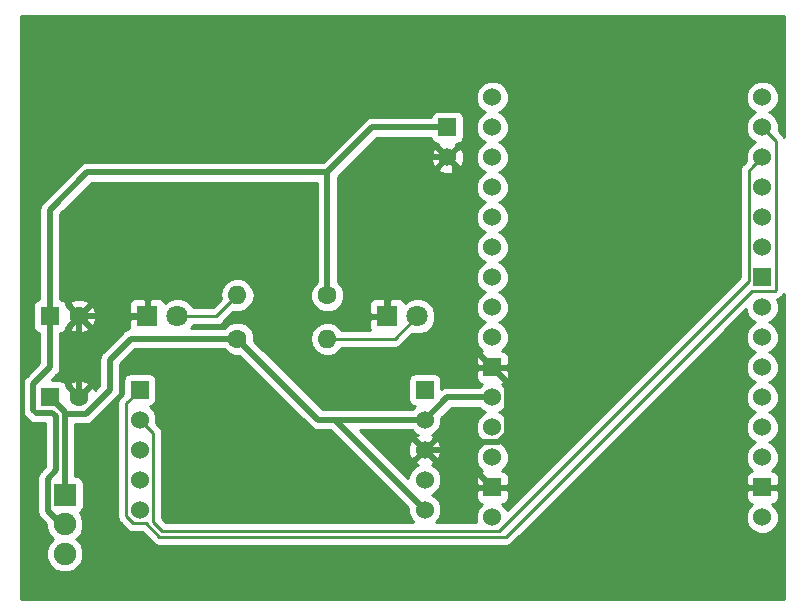
<source format=gbl>
G04 #@! TF.GenerationSoftware,KiCad,Pcbnew,5.0.2-bee76a0~70~ubuntu18.04.1*
G04 #@! TF.CreationDate,2019-03-11T12:10:11+07:00*
G04 #@! TF.ProjectId,TestNodeMcu,54657374-4e6f-4646-954d-63752e6b6963,rev?*
G04 #@! TF.SameCoordinates,Original*
G04 #@! TF.FileFunction,Copper,L2,Bot*
G04 #@! TF.FilePolarity,Positive*
%FSLAX45Y45*%
G04 Gerber Fmt 4.5, Leading zero omitted, Abs format (unit mm)*
G04 Created by KiCad (PCBNEW 5.0.2-bee76a0~70~ubuntu18.04.1) date Thứ hai, 11 Tháng 3 Năm 2019 12:10:11 +07*
%MOMM*%
%LPD*%
G01*
G04 APERTURE LIST*
G04 #@! TA.AperFunction,ComponentPad*
%ADD10R,1.524000X1.524000*%
G04 #@! TD*
G04 #@! TA.AperFunction,ComponentPad*
%ADD11C,1.524000*%
G04 #@! TD*
G04 #@! TA.AperFunction,ComponentPad*
%ADD12R,1.800000X1.800000*%
G04 #@! TD*
G04 #@! TA.AperFunction,ComponentPad*
%ADD13C,1.800000*%
G04 #@! TD*
G04 #@! TA.AperFunction,ComponentPad*
%ADD14C,1.600000*%
G04 #@! TD*
G04 #@! TA.AperFunction,ComponentPad*
%ADD15O,1.600000X1.600000*%
G04 #@! TD*
G04 #@! TA.AperFunction,ComponentPad*
%ADD16C,1.900000*%
G04 #@! TD*
G04 #@! TA.AperFunction,ComponentPad*
%ADD17R,1.900000X1.900000*%
G04 #@! TD*
G04 #@! TA.AperFunction,ComponentPad*
%ADD18R,1.600000X1.600000*%
G04 #@! TD*
G04 #@! TA.AperFunction,Conductor*
%ADD19C,0.508000*%
G04 #@! TD*
G04 #@! TA.AperFunction,Conductor*
%ADD20C,0.254000*%
G04 #@! TD*
G04 APERTURE END LIST*
D10*
G04 #@! TO.P,BT1,1*
G04 #@! TO.N,/Vin*
X14986000Y-8636000D03*
D11*
G04 #@! TO.P,BT1,2*
G04 #@! TO.N,/GND*
X14986000Y-8890000D03*
G04 #@! TD*
D12*
G04 #@! TO.P,D1,1*
G04 #@! TO.N,/GND*
X12446000Y-10236200D03*
D13*
G04 #@! TO.P,D1,2*
G04 #@! TO.N,Net-(D1-Pad2)*
X12700000Y-10236200D03*
G04 #@! TD*
G04 #@! TO.P,D2,2*
G04 #@! TO.N,Net-(D2-Pad2)*
X14732000Y-10236200D03*
D12*
G04 #@! TO.P,D2,1*
G04 #@! TO.N,/GND*
X14478000Y-10236200D03*
G04 #@! TD*
D14*
G04 #@! TO.P,R1,1*
G04 #@! TO.N,/Vin*
X13970000Y-10058400D03*
D15*
G04 #@! TO.P,R1,2*
G04 #@! TO.N,Net-(D1-Pad2)*
X13208000Y-10058400D03*
G04 #@! TD*
G04 #@! TO.P,R2,2*
G04 #@! TO.N,Net-(D2-Pad2)*
X13970000Y-10426700D03*
D14*
G04 #@! TO.P,R2,1*
G04 #@! TO.N,/3V3*
X13208000Y-10426700D03*
G04 #@! TD*
D16*
G04 #@! TO.P,SW1,3*
G04 #@! TO.N,Net-(SW1-Pad3)*
X11747500Y-12247500D03*
G04 #@! TO.P,SW1,2*
G04 #@! TO.N,/Vin*
X11747500Y-11997500D03*
D17*
G04 #@! TO.P,SW1,1*
G04 #@! TO.N,/3V3*
X11747500Y-11747500D03*
G04 #@! TD*
D11*
G04 #@! TO.P,U1,30*
G04 #@! TO.N,Net-(U1-Pad30)*
X17653000Y-8382000D03*
G04 #@! TO.P,U1,29*
G04 #@! TO.N,Net-(U1-Pad29)*
X17653000Y-8636000D03*
G04 #@! TO.P,U1,28*
G04 #@! TO.N,Net-(U1-Pad28)*
X17653000Y-8890000D03*
G04 #@! TO.P,U1,27*
G04 #@! TO.N,Net-(U1-Pad27)*
X17653000Y-9144000D03*
G04 #@! TO.P,U1,26*
G04 #@! TO.N,Net-(U1-Pad26)*
X17653000Y-9398000D03*
G04 #@! TO.P,U1,25*
G04 #@! TO.N,/3V3*
X17653000Y-9652000D03*
D10*
G04 #@! TO.P,U1,24*
G04 #@! TO.N,/GND*
X17653000Y-9906000D03*
D11*
G04 #@! TO.P,U1,23*
G04 #@! TO.N,Net-(U1-Pad23)*
X17653000Y-10160000D03*
G04 #@! TO.P,U1,22*
G04 #@! TO.N,Net-(U1-Pad22)*
X17653000Y-10414000D03*
G04 #@! TO.P,U1,21*
G04 #@! TO.N,Net-(U1-Pad21)*
X17653000Y-10668000D03*
G04 #@! TO.P,U1,20*
G04 #@! TO.N,Net-(U1-Pad20)*
X17653000Y-10922000D03*
G04 #@! TO.P,U1,19*
G04 #@! TO.N,Net-(U1-Pad19)*
X17653000Y-11176000D03*
G04 #@! TO.P,U1,18*
G04 #@! TO.N,Net-(U1-Pad18)*
X17653000Y-11430000D03*
D10*
G04 #@! TO.P,U1,17*
G04 #@! TO.N,/GND*
X17653000Y-11684000D03*
D11*
G04 #@! TO.P,U1,16*
G04 #@! TO.N,/3V3*
X17653000Y-11938000D03*
G04 #@! TO.P,U1,15*
G04 #@! TO.N,Net-(U1-Pad15)*
X15367000Y-11938000D03*
D10*
G04 #@! TO.P,U1,14*
G04 #@! TO.N,/GND*
X15367000Y-11684000D03*
D11*
G04 #@! TO.P,U1,13*
G04 #@! TO.N,Net-(U1-Pad13)*
X15367000Y-11430000D03*
G04 #@! TO.P,U1,12*
G04 #@! TO.N,Net-(U1-Pad12)*
X15367000Y-11176000D03*
G04 #@! TO.P,U1,11*
G04 #@! TO.N,/3V3*
X15367000Y-10922000D03*
D10*
G04 #@! TO.P,U1,10*
G04 #@! TO.N,/GND*
X15367000Y-10668000D03*
D11*
G04 #@! TO.P,U1,9*
G04 #@! TO.N,Net-(U1-Pad9)*
X15367000Y-10414000D03*
G04 #@! TO.P,U1,8*
G04 #@! TO.N,Net-(U1-Pad8)*
X15367000Y-10160000D03*
G04 #@! TO.P,U1,7*
G04 #@! TO.N,Net-(U1-Pad7)*
X15367000Y-9906000D03*
G04 #@! TO.P,U1,6*
G04 #@! TO.N,Net-(U1-Pad6)*
X15367000Y-9652000D03*
G04 #@! TO.P,U1,5*
G04 #@! TO.N,Net-(U1-Pad5)*
X15367000Y-9398000D03*
G04 #@! TO.P,U1,4*
G04 #@! TO.N,Net-(U1-Pad4)*
X15367000Y-9144000D03*
G04 #@! TO.P,U1,3*
G04 #@! TO.N,Net-(U1-Pad3)*
X15367000Y-8890000D03*
G04 #@! TO.P,U1,2*
G04 #@! TO.N,Net-(U1-Pad2)*
X15367000Y-8636000D03*
G04 #@! TO.P,U1,1*
G04 #@! TO.N,Net-(U1-Pad1)*
X15367000Y-8382000D03*
G04 #@! TD*
D18*
G04 #@! TO.P,C1,1*
G04 #@! TO.N,/Vin*
X11620500Y-10236200D03*
D14*
G04 #@! TO.P,C1,2*
G04 #@! TO.N,/GND*
X11870500Y-10236200D03*
G04 #@! TD*
G04 #@! TO.P,C2,2*
G04 #@! TO.N,/GND*
X11870500Y-10922000D03*
D18*
G04 #@! TO.P,C2,1*
G04 #@! TO.N,/3V3*
X11620500Y-10922000D03*
G04 #@! TD*
D10*
G04 #@! TO.P,U2,10*
G04 #@! TO.N,Net-(U2-Pad10)*
X14795500Y-10858500D03*
D11*
G04 #@! TO.P,U2,9*
G04 #@! TO.N,/3V3*
X14795500Y-11112500D03*
G04 #@! TO.P,U2,8*
G04 #@! TO.N,/GND*
X14795500Y-11366500D03*
G04 #@! TO.P,U2,7*
G04 #@! TO.N,Net-(U2-Pad7)*
X14795500Y-11620500D03*
G04 #@! TO.P,U2,6*
G04 #@! TO.N,/3V3*
X14795500Y-11874500D03*
G04 #@! TO.P,U2,5*
G04 #@! TO.N,Net-(U2-Pad5)*
X12382500Y-11874500D03*
G04 #@! TO.P,U2,4*
G04 #@! TO.N,Net-(U2-Pad4)*
X12382500Y-11620500D03*
G04 #@! TO.P,U2,3*
G04 #@! TO.N,Net-(U2-Pad3)*
X12382500Y-11366500D03*
G04 #@! TO.P,U2,2*
G04 #@! TO.N,Net-(U1-Pad28)*
X12382500Y-11112500D03*
D10*
G04 #@! TO.P,U2,1*
G04 #@! TO.N,Net-(U1-Pad29)*
X12382500Y-10858500D03*
G04 #@! TD*
D19*
G04 #@! TO.N,/GND*
X14478000Y-9144000D02*
X14478000Y-10236200D01*
X14986000Y-8890000D02*
X14732000Y-8890000D01*
X14732000Y-8890000D02*
X14478000Y-9144000D01*
X14986000Y-8890000D02*
X15049500Y-8953500D01*
X15049500Y-8953500D02*
X15049500Y-10350500D01*
X15240000Y-10541000D02*
X15367000Y-10668000D01*
X15049500Y-10350500D02*
X15240000Y-10541000D01*
X11870500Y-10236200D02*
X12446000Y-10236200D01*
X11870500Y-10349337D02*
X11870500Y-10922000D01*
X11870500Y-10236200D02*
X11870500Y-10349337D01*
X15049500Y-11366500D02*
X15367000Y-11684000D01*
X14795500Y-11366500D02*
X15049500Y-11366500D01*
X15494000Y-11236960D02*
X15494000Y-10795000D01*
X15427960Y-11303000D02*
X15494000Y-11236960D01*
X15049500Y-11366500D02*
X15113000Y-11303000D01*
X15113000Y-11303000D02*
X15427960Y-11303000D01*
X15494000Y-10795000D02*
X15367000Y-10668000D01*
G04 #@! TO.N,/Vin*
X14351000Y-8636000D02*
X14986000Y-8636000D01*
X13970000Y-10058400D02*
X13970000Y-9017000D01*
X13970000Y-9017000D02*
X14351000Y-8636000D01*
X11938000Y-9017000D02*
X13970000Y-9017000D01*
X11620500Y-10236200D02*
X11620500Y-9334500D01*
X11620500Y-9334500D02*
X11938000Y-9017000D01*
X11716060Y-11997500D02*
X11747500Y-11997500D01*
X11601700Y-11883140D02*
X11716060Y-11997500D01*
X11601700Y-11611860D02*
X11601700Y-11883140D01*
X11671299Y-11542261D02*
X11601700Y-11611860D01*
X11671299Y-11080563D02*
X11671299Y-11542261D01*
X11643536Y-11052800D02*
X11671299Y-11080563D01*
X11499860Y-11052800D02*
X11643536Y-11052800D01*
X11480800Y-11033740D02*
X11489700Y-11042640D01*
X11480800Y-10807700D02*
X11480800Y-11033740D01*
X11620500Y-10236200D02*
X11620500Y-10668000D01*
X11620500Y-10668000D02*
X11480800Y-10807700D01*
G04 #@! TO.N,/3V3*
X13208000Y-10426700D02*
X13893800Y-11112500D01*
X14795500Y-11874500D02*
X14033500Y-11112500D01*
X13893800Y-11112500D02*
X14033500Y-11112500D01*
X14033500Y-11112500D02*
X14795500Y-11112500D01*
X11747500Y-11049000D02*
X11747500Y-11747500D01*
X11620500Y-10922000D02*
X11747500Y-11049000D01*
X11747500Y-11061700D02*
X11747500Y-11747500D01*
X11925300Y-11061700D02*
X11747500Y-11061700D01*
X12128500Y-10858500D02*
X11925300Y-11061700D01*
X12128500Y-10604500D02*
X12128500Y-10858500D01*
X13208000Y-10426700D02*
X12306300Y-10426700D01*
X12306300Y-10426700D02*
X12128500Y-10604500D01*
X14986000Y-10922000D02*
X14795500Y-11112500D01*
X15367000Y-10922000D02*
X14986000Y-10922000D01*
D20*
G04 #@! TO.N,Net-(D1-Pad2)*
X13030200Y-10236200D02*
X13208000Y-10058400D01*
X12700000Y-10236200D02*
X13030200Y-10236200D01*
G04 #@! TO.N,Net-(D2-Pad2)*
X14541500Y-10426700D02*
X14732000Y-10236200D01*
X13970000Y-10426700D02*
X14541500Y-10426700D01*
G04 #@! TO.N,Net-(U1-Pad28)*
X17576800Y-8966200D02*
X17653000Y-8890000D01*
X17538700Y-9004300D02*
X17576800Y-8966200D01*
X12496800Y-11226800D02*
X12496800Y-11976100D01*
X12382500Y-11112500D02*
X12496800Y-11226800D01*
X12496800Y-11976100D02*
X12573000Y-12052300D01*
X12573000Y-12052300D02*
X15421864Y-12052300D01*
X15421864Y-12052300D02*
X17538700Y-9935464D01*
X17538700Y-9935464D02*
X17538700Y-9004300D01*
G04 #@! TO.N,Net-(U1-Pad29)*
X17759680Y-10020300D02*
X17767300Y-10012680D01*
X12382500Y-10858500D02*
X12268200Y-10972800D01*
X17729200Y-8712200D02*
X17653000Y-8636000D01*
X12547601Y-12103101D02*
X15481299Y-12103101D01*
X17767300Y-10012680D02*
X17767300Y-8750300D01*
X12327636Y-11988800D02*
X12433300Y-11988800D01*
X15481299Y-12103101D02*
X17564100Y-10020300D01*
X17564100Y-10020300D02*
X17759680Y-10020300D01*
X17767300Y-8750300D02*
X17729200Y-8712200D01*
X12433300Y-11988800D02*
X12547601Y-12103101D01*
X12268200Y-10972800D02*
X12268200Y-11929364D01*
X12268200Y-11929364D02*
X12327636Y-11988800D01*
G04 #@! TD*
G04 #@! TO.N,/GND*
G36*
X17836000Y-8715961D02*
X17822237Y-8695363D01*
X17815875Y-8691112D01*
X17791485Y-8666722D01*
X17792700Y-8663788D01*
X17792700Y-8608212D01*
X17771432Y-8556866D01*
X17732134Y-8517568D01*
X17711449Y-8509000D01*
X17732134Y-8500432D01*
X17771432Y-8461134D01*
X17792700Y-8409788D01*
X17792700Y-8354212D01*
X17771432Y-8302866D01*
X17732134Y-8263568D01*
X17680788Y-8242300D01*
X17625212Y-8242300D01*
X17573866Y-8263568D01*
X17534568Y-8302866D01*
X17513300Y-8354212D01*
X17513300Y-8409788D01*
X17534568Y-8461134D01*
X17573866Y-8500432D01*
X17594551Y-8509000D01*
X17573866Y-8517568D01*
X17534568Y-8556866D01*
X17513300Y-8608212D01*
X17513300Y-8663788D01*
X17534568Y-8715134D01*
X17573866Y-8754432D01*
X17594551Y-8763000D01*
X17573866Y-8771568D01*
X17534568Y-8810866D01*
X17513300Y-8862212D01*
X17513300Y-8917788D01*
X17514515Y-8920722D01*
X17490125Y-8945112D01*
X17483763Y-8949363D01*
X17479512Y-8955725D01*
X17479512Y-8955725D01*
X17466921Y-8974568D01*
X17461007Y-9004300D01*
X17462500Y-9011805D01*
X17462500Y-9903901D01*
X15491906Y-11874495D01*
X15485432Y-11858866D01*
X15450266Y-11823700D01*
X15455831Y-11823700D01*
X15479170Y-11814033D01*
X15497033Y-11796170D01*
X15506700Y-11772831D01*
X15506700Y-11712575D01*
X15490825Y-11696700D01*
X15379700Y-11696700D01*
X15379700Y-11698700D01*
X15354300Y-11698700D01*
X15354300Y-11696700D01*
X15243175Y-11696700D01*
X15227300Y-11712575D01*
X15227300Y-11772831D01*
X15236967Y-11796170D01*
X15254830Y-11814033D01*
X15278169Y-11823700D01*
X15283734Y-11823700D01*
X15248568Y-11858866D01*
X15227300Y-11910212D01*
X15227300Y-11965788D01*
X15231571Y-11976100D01*
X14891466Y-11976100D01*
X14913932Y-11953634D01*
X14935200Y-11902288D01*
X14935200Y-11846712D01*
X14913932Y-11795366D01*
X14874634Y-11756068D01*
X14853949Y-11747500D01*
X14874634Y-11738932D01*
X14913932Y-11699634D01*
X14935200Y-11648288D01*
X14935200Y-11592712D01*
X14913932Y-11541366D01*
X14874634Y-11502068D01*
X14855535Y-11494157D01*
X14868614Y-11488740D01*
X14875561Y-11464521D01*
X14795500Y-11384460D01*
X14715439Y-11464521D01*
X14722386Y-11488740D01*
X14736439Y-11493753D01*
X14716366Y-11502068D01*
X14677068Y-11541366D01*
X14655800Y-11592712D01*
X14655800Y-11609076D01*
X14392454Y-11345730D01*
X14654586Y-11345730D01*
X14657364Y-11401237D01*
X14673260Y-11439614D01*
X14697479Y-11446561D01*
X14777539Y-11366500D01*
X14813460Y-11366500D01*
X14893521Y-11446561D01*
X14917740Y-11439614D01*
X14936414Y-11387270D01*
X14933636Y-11331763D01*
X14917740Y-11293386D01*
X14893521Y-11286439D01*
X14813460Y-11366500D01*
X14777539Y-11366500D01*
X14697479Y-11286439D01*
X14673260Y-11293386D01*
X14654586Y-11345730D01*
X14392454Y-11345730D01*
X14248123Y-11201400D01*
X14686834Y-11201400D01*
X14716366Y-11230932D01*
X14735465Y-11238843D01*
X14722386Y-11244260D01*
X14715439Y-11268479D01*
X14795500Y-11348539D01*
X14875561Y-11268479D01*
X14868614Y-11244260D01*
X14854561Y-11239246D01*
X14874634Y-11230932D01*
X14913932Y-11191634D01*
X14935200Y-11140288D01*
X14935200Y-11098524D01*
X15022824Y-11010900D01*
X15258334Y-11010900D01*
X15287866Y-11040432D01*
X15308551Y-11049000D01*
X15287866Y-11057568D01*
X15248568Y-11096866D01*
X15227300Y-11148212D01*
X15227300Y-11203788D01*
X15248568Y-11255134D01*
X15287866Y-11294432D01*
X15308551Y-11303000D01*
X15287866Y-11311568D01*
X15248568Y-11350866D01*
X15227300Y-11402212D01*
X15227300Y-11457788D01*
X15248568Y-11509134D01*
X15283734Y-11544300D01*
X15278169Y-11544300D01*
X15254830Y-11553967D01*
X15236967Y-11571830D01*
X15227300Y-11595169D01*
X15227300Y-11655425D01*
X15243175Y-11671300D01*
X15354300Y-11671300D01*
X15354300Y-11669300D01*
X15379700Y-11669300D01*
X15379700Y-11671300D01*
X15490825Y-11671300D01*
X15506700Y-11655425D01*
X15506700Y-11595169D01*
X15497033Y-11571830D01*
X15479170Y-11553967D01*
X15455831Y-11544300D01*
X15450266Y-11544300D01*
X15485432Y-11509134D01*
X15506700Y-11457788D01*
X15506700Y-11402212D01*
X15485432Y-11350866D01*
X15446134Y-11311568D01*
X15425449Y-11303000D01*
X15446134Y-11294432D01*
X15485432Y-11255134D01*
X15506700Y-11203788D01*
X15506700Y-11148212D01*
X15485432Y-11096866D01*
X15446134Y-11057568D01*
X15425449Y-11049000D01*
X15446134Y-11040432D01*
X15485432Y-11001134D01*
X15506700Y-10949788D01*
X15506700Y-10894212D01*
X15485432Y-10842866D01*
X15450266Y-10807700D01*
X15455831Y-10807700D01*
X15479170Y-10798033D01*
X15497033Y-10780170D01*
X15506700Y-10756831D01*
X15506700Y-10696575D01*
X15490825Y-10680700D01*
X15379700Y-10680700D01*
X15379700Y-10682700D01*
X15354300Y-10682700D01*
X15354300Y-10680700D01*
X15243175Y-10680700D01*
X15227300Y-10696575D01*
X15227300Y-10756831D01*
X15236967Y-10780170D01*
X15254830Y-10798033D01*
X15278169Y-10807700D01*
X15283734Y-10807700D01*
X15258334Y-10833100D01*
X14994755Y-10833100D01*
X14986000Y-10831358D01*
X14977244Y-10833100D01*
X14977244Y-10833100D01*
X14951313Y-10838258D01*
X14936444Y-10848193D01*
X14936444Y-10782300D01*
X14931516Y-10757524D01*
X14917481Y-10736519D01*
X14896476Y-10722484D01*
X14871700Y-10717556D01*
X14719300Y-10717556D01*
X14694523Y-10722484D01*
X14673519Y-10736519D01*
X14659484Y-10757524D01*
X14654556Y-10782300D01*
X14654556Y-10934700D01*
X14659484Y-10959477D01*
X14673519Y-10980481D01*
X14694523Y-10994516D01*
X14712369Y-10998065D01*
X14686834Y-11023600D01*
X14042255Y-11023600D01*
X14033500Y-11021858D01*
X14024744Y-11023600D01*
X13930624Y-11023600D01*
X13351500Y-10444477D01*
X13351500Y-10426700D01*
X13823689Y-10426700D01*
X13834826Y-10482691D01*
X13866542Y-10530158D01*
X13914009Y-10561874D01*
X13955867Y-10570200D01*
X13984133Y-10570200D01*
X14025991Y-10561874D01*
X14073458Y-10530158D01*
X14091671Y-10502900D01*
X14533996Y-10502900D01*
X14541500Y-10504393D01*
X14549004Y-10502900D01*
X14549005Y-10502900D01*
X14571232Y-10498479D01*
X14596437Y-10481637D01*
X14600688Y-10475275D01*
X14690716Y-10385247D01*
X14701467Y-10389700D01*
X14762533Y-10389700D01*
X14818951Y-10366331D01*
X14862131Y-10323151D01*
X14885500Y-10266733D01*
X14885500Y-10205667D01*
X14862131Y-10149249D01*
X14818951Y-10106069D01*
X14762533Y-10082700D01*
X14701467Y-10082700D01*
X14645049Y-10106069D01*
X14627414Y-10123704D01*
X14621833Y-10110230D01*
X14603970Y-10092367D01*
X14580631Y-10082700D01*
X14506575Y-10082700D01*
X14490700Y-10098575D01*
X14490700Y-10223500D01*
X14492700Y-10223500D01*
X14492700Y-10248900D01*
X14490700Y-10248900D01*
X14490700Y-10250900D01*
X14465300Y-10250900D01*
X14465300Y-10248900D01*
X14340375Y-10248900D01*
X14324500Y-10264775D01*
X14324500Y-10338831D01*
X14329333Y-10350500D01*
X14091671Y-10350500D01*
X14073458Y-10323242D01*
X14025991Y-10291526D01*
X13984133Y-10283200D01*
X13955867Y-10283200D01*
X13914009Y-10291526D01*
X13866542Y-10323242D01*
X13834826Y-10370709D01*
X13823689Y-10426700D01*
X13351500Y-10426700D01*
X13351500Y-10398156D01*
X13329653Y-10345414D01*
X13289286Y-10305047D01*
X13236544Y-10283200D01*
X13179456Y-10283200D01*
X13126714Y-10305047D01*
X13093960Y-10337800D01*
X12815482Y-10337800D01*
X12830131Y-10323151D01*
X12834584Y-10312400D01*
X13022696Y-10312400D01*
X13030200Y-10313893D01*
X13037704Y-10312400D01*
X13037705Y-10312400D01*
X13059932Y-10307979D01*
X13085137Y-10291137D01*
X13089388Y-10284775D01*
X13175847Y-10198316D01*
X13193867Y-10201900D01*
X13222133Y-10201900D01*
X13263991Y-10193574D01*
X13311458Y-10161858D01*
X13343174Y-10114391D01*
X13354311Y-10058400D01*
X13343174Y-10002409D01*
X13311458Y-9954942D01*
X13263991Y-9923226D01*
X13222133Y-9914900D01*
X13193867Y-9914900D01*
X13152009Y-9923226D01*
X13104542Y-9954942D01*
X13072826Y-10002409D01*
X13061689Y-10058400D01*
X13068084Y-10090553D01*
X12998637Y-10160000D01*
X12834584Y-10160000D01*
X12830131Y-10149249D01*
X12786951Y-10106069D01*
X12730533Y-10082700D01*
X12669467Y-10082700D01*
X12613049Y-10106069D01*
X12595414Y-10123704D01*
X12589833Y-10110230D01*
X12571970Y-10092367D01*
X12548631Y-10082700D01*
X12474575Y-10082700D01*
X12458700Y-10098575D01*
X12458700Y-10223500D01*
X12460700Y-10223500D01*
X12460700Y-10248900D01*
X12458700Y-10248900D01*
X12458700Y-10250900D01*
X12433300Y-10250900D01*
X12433300Y-10248900D01*
X12308375Y-10248900D01*
X12292500Y-10264775D01*
X12292500Y-10338803D01*
X12271613Y-10342958D01*
X12242207Y-10362607D01*
X12237247Y-10370029D01*
X12071830Y-10535447D01*
X12064407Y-10540407D01*
X12044758Y-10569813D01*
X12042897Y-10579169D01*
X12037858Y-10604500D01*
X12039600Y-10613256D01*
X12039600Y-10821676D01*
X12001390Y-10859886D01*
X11995886Y-10846600D01*
X11971274Y-10839186D01*
X11888460Y-10922000D01*
X11889875Y-10923414D01*
X11871914Y-10941375D01*
X11870500Y-10939961D01*
X11869086Y-10941375D01*
X11851125Y-10923414D01*
X11852539Y-10922000D01*
X11769725Y-10839186D01*
X11764969Y-10840619D01*
X11761112Y-10821226D01*
X11787686Y-10821226D01*
X11870500Y-10904040D01*
X11953314Y-10821226D01*
X11945900Y-10796614D01*
X11892178Y-10777304D01*
X11835155Y-10780022D01*
X11795099Y-10796614D01*
X11787686Y-10821226D01*
X11761112Y-10821226D01*
X11760316Y-10817224D01*
X11746281Y-10796219D01*
X11725276Y-10782184D01*
X11700500Y-10777256D01*
X11636968Y-10777256D01*
X11677171Y-10737053D01*
X11684593Y-10732093D01*
X11704242Y-10702687D01*
X11709400Y-10676756D01*
X11709400Y-10676755D01*
X11711141Y-10668000D01*
X11709400Y-10659245D01*
X11709400Y-10379174D01*
X11725276Y-10376016D01*
X11746281Y-10361981D01*
X11760316Y-10340977D01*
X11761112Y-10336975D01*
X11787686Y-10336975D01*
X11795099Y-10361586D01*
X11848822Y-10380897D01*
X11905845Y-10378178D01*
X11945900Y-10361586D01*
X11953314Y-10336975D01*
X11870500Y-10254161D01*
X11787686Y-10336975D01*
X11761112Y-10336975D01*
X11764969Y-10317581D01*
X11769725Y-10319014D01*
X11852539Y-10236200D01*
X11888460Y-10236200D01*
X11971274Y-10319014D01*
X11995886Y-10311601D01*
X12015196Y-10257878D01*
X12012478Y-10200855D01*
X11995886Y-10160800D01*
X11971274Y-10153386D01*
X11888460Y-10236200D01*
X11852539Y-10236200D01*
X11769725Y-10153386D01*
X11764969Y-10154819D01*
X11761112Y-10135426D01*
X11787686Y-10135426D01*
X11870500Y-10218240D01*
X11953314Y-10135426D01*
X11952755Y-10133569D01*
X12292500Y-10133569D01*
X12292500Y-10207625D01*
X12308375Y-10223500D01*
X12433300Y-10223500D01*
X12433300Y-10098575D01*
X12417425Y-10082700D01*
X12343369Y-10082700D01*
X12320030Y-10092367D01*
X12302167Y-10110230D01*
X12292500Y-10133569D01*
X11952755Y-10133569D01*
X11945900Y-10110814D01*
X11892178Y-10091504D01*
X11835155Y-10094222D01*
X11795099Y-10110814D01*
X11787686Y-10135426D01*
X11761112Y-10135426D01*
X11760316Y-10131424D01*
X11746281Y-10110419D01*
X11725276Y-10096384D01*
X11709400Y-10093226D01*
X11709400Y-9371324D01*
X11974824Y-9105900D01*
X13881100Y-9105900D01*
X13881100Y-9944360D01*
X13848347Y-9977114D01*
X13826500Y-10029856D01*
X13826500Y-10086944D01*
X13848347Y-10139686D01*
X13888714Y-10180053D01*
X13941456Y-10201900D01*
X13998544Y-10201900D01*
X14051286Y-10180053D01*
X14091653Y-10139686D01*
X14094187Y-10133569D01*
X14324500Y-10133569D01*
X14324500Y-10207625D01*
X14340375Y-10223500D01*
X14465300Y-10223500D01*
X14465300Y-10098575D01*
X14449425Y-10082700D01*
X14375369Y-10082700D01*
X14352030Y-10092367D01*
X14334167Y-10110230D01*
X14324500Y-10133569D01*
X14094187Y-10133569D01*
X14113500Y-10086944D01*
X14113500Y-10029856D01*
X14091653Y-9977114D01*
X14058900Y-9944360D01*
X14058900Y-9053824D01*
X14124702Y-8988021D01*
X14905939Y-8988021D01*
X14912886Y-9012240D01*
X14965230Y-9030914D01*
X15020737Y-9028136D01*
X15059114Y-9012240D01*
X15066061Y-8988021D01*
X14986000Y-8907961D01*
X14905939Y-8988021D01*
X14124702Y-8988021D01*
X14243493Y-8869230D01*
X14845086Y-8869230D01*
X14847864Y-8924737D01*
X14863760Y-8963114D01*
X14887979Y-8970061D01*
X14968039Y-8890000D01*
X15003960Y-8890000D01*
X15084021Y-8970061D01*
X15108240Y-8963114D01*
X15126914Y-8910770D01*
X15124136Y-8855263D01*
X15108240Y-8816886D01*
X15084021Y-8809939D01*
X15003960Y-8890000D01*
X14968039Y-8890000D01*
X14887979Y-8809939D01*
X14863760Y-8816886D01*
X14845086Y-8869230D01*
X14243493Y-8869230D01*
X14387824Y-8724900D01*
X14847582Y-8724900D01*
X14849984Y-8736977D01*
X14864019Y-8757981D01*
X14885023Y-8772016D01*
X14909800Y-8776944D01*
X14910252Y-8776944D01*
X14905939Y-8791979D01*
X14986000Y-8872040D01*
X15066061Y-8791979D01*
X15061748Y-8776944D01*
X15062200Y-8776944D01*
X15086976Y-8772016D01*
X15107981Y-8757981D01*
X15122016Y-8736977D01*
X15126944Y-8712200D01*
X15126944Y-8559800D01*
X15122016Y-8535024D01*
X15107981Y-8514019D01*
X15086976Y-8499984D01*
X15062200Y-8495056D01*
X14909800Y-8495056D01*
X14885023Y-8499984D01*
X14864019Y-8514019D01*
X14849984Y-8535024D01*
X14847582Y-8547100D01*
X14359756Y-8547100D01*
X14351000Y-8545358D01*
X14316313Y-8552258D01*
X14305026Y-8559800D01*
X14286907Y-8571907D01*
X14281947Y-8579329D01*
X13933176Y-8928100D01*
X11946755Y-8928100D01*
X11938000Y-8926358D01*
X11929244Y-8928100D01*
X11903313Y-8933258D01*
X11873907Y-8952907D01*
X11868947Y-8960329D01*
X11563829Y-9265447D01*
X11556407Y-9270407D01*
X11551447Y-9277829D01*
X11551447Y-9277829D01*
X11536758Y-9299813D01*
X11529858Y-9334500D01*
X11531600Y-9343256D01*
X11531600Y-10093226D01*
X11515723Y-10096384D01*
X11494719Y-10110419D01*
X11480684Y-10131424D01*
X11475756Y-10156200D01*
X11475756Y-10316200D01*
X11480684Y-10340977D01*
X11494719Y-10361981D01*
X11515723Y-10376016D01*
X11531600Y-10379174D01*
X11531600Y-10631176D01*
X11424130Y-10738647D01*
X11416707Y-10743607D01*
X11397058Y-10773013D01*
X11392081Y-10798033D01*
X11390158Y-10807700D01*
X11391900Y-10816456D01*
X11391900Y-11024984D01*
X11390158Y-11033740D01*
X11397058Y-11068427D01*
X11407939Y-11084712D01*
X11416707Y-11097834D01*
X11424129Y-11102793D01*
X11430807Y-11109471D01*
X11435767Y-11116893D01*
X11465173Y-11136542D01*
X11491104Y-11141700D01*
X11582399Y-11141700D01*
X11582399Y-11505437D01*
X11545029Y-11542807D01*
X11537607Y-11547767D01*
X11517958Y-11577173D01*
X11512800Y-11603104D01*
X11511058Y-11611860D01*
X11512800Y-11620615D01*
X11512800Y-11874384D01*
X11511058Y-11883140D01*
X11517958Y-11917827D01*
X11525667Y-11929364D01*
X11537607Y-11947233D01*
X11545029Y-11952193D01*
X11589000Y-11996164D01*
X11589000Y-12029028D01*
X11613130Y-12087283D01*
X11648347Y-12122500D01*
X11613130Y-12157717D01*
X11589000Y-12215972D01*
X11589000Y-12279028D01*
X11613130Y-12337283D01*
X11657717Y-12381870D01*
X11715972Y-12406000D01*
X11779028Y-12406000D01*
X11837283Y-12381870D01*
X11881870Y-12337283D01*
X11906000Y-12279028D01*
X11906000Y-12215972D01*
X11881870Y-12157717D01*
X11846653Y-12122500D01*
X11881870Y-12087283D01*
X11906000Y-12029028D01*
X11906000Y-11965972D01*
X11881870Y-11907717D01*
X11872787Y-11898634D01*
X11888281Y-11888281D01*
X11902316Y-11867276D01*
X11907244Y-11842500D01*
X11907244Y-11652500D01*
X11902316Y-11627723D01*
X11888281Y-11606719D01*
X11867276Y-11592684D01*
X11842500Y-11587756D01*
X11836400Y-11587756D01*
X11836400Y-11150600D01*
X11916544Y-11150600D01*
X11925300Y-11152342D01*
X11934055Y-11150600D01*
X11934056Y-11150600D01*
X11959987Y-11145442D01*
X11989393Y-11125793D01*
X11994353Y-11118370D01*
X12185171Y-10927553D01*
X12192593Y-10922593D01*
X12212242Y-10893187D01*
X12217400Y-10867256D01*
X12217400Y-10867256D01*
X12219142Y-10858500D01*
X12217400Y-10849745D01*
X12217400Y-10641324D01*
X12343124Y-10515600D01*
X13093960Y-10515600D01*
X13126714Y-10548353D01*
X13179456Y-10570200D01*
X13225776Y-10570200D01*
X13824747Y-11169171D01*
X13829707Y-11176593D01*
X13837129Y-11181553D01*
X13859113Y-11196242D01*
X13893800Y-11203142D01*
X13902556Y-11201400D01*
X13996676Y-11201400D01*
X14655800Y-11860524D01*
X14655800Y-11902288D01*
X14677068Y-11953634D01*
X14699534Y-11976100D01*
X12604563Y-11976100D01*
X12573000Y-11944537D01*
X12573000Y-11234305D01*
X12574493Y-11226800D01*
X12569787Y-11203142D01*
X12568579Y-11197068D01*
X12551737Y-11171863D01*
X12545375Y-11167612D01*
X12520985Y-11143222D01*
X12522200Y-11140288D01*
X12522200Y-11084712D01*
X12500932Y-11033366D01*
X12465631Y-10998065D01*
X12483476Y-10994516D01*
X12504481Y-10980481D01*
X12518516Y-10959477D01*
X12523444Y-10934700D01*
X12523444Y-10782300D01*
X12518516Y-10757524D01*
X12504481Y-10736519D01*
X12483476Y-10722484D01*
X12458700Y-10717556D01*
X12306300Y-10717556D01*
X12281523Y-10722484D01*
X12260519Y-10736519D01*
X12246484Y-10757524D01*
X12241556Y-10782300D01*
X12241556Y-10891681D01*
X12219625Y-10913612D01*
X12213263Y-10917863D01*
X12196421Y-10943069D01*
X12192000Y-10965295D01*
X12192000Y-10965296D01*
X12190507Y-10972800D01*
X12192000Y-10980304D01*
X12192000Y-11921859D01*
X12190507Y-11929364D01*
X12196421Y-11959096D01*
X12201624Y-11966882D01*
X12213263Y-11984301D01*
X12219625Y-11988552D01*
X12268448Y-12037375D01*
X12272699Y-12043737D01*
X12297904Y-12060579D01*
X12320131Y-12065000D01*
X12320132Y-12065000D01*
X12327636Y-12066493D01*
X12335140Y-12065000D01*
X12401737Y-12065000D01*
X12488413Y-12151676D01*
X12492664Y-12158038D01*
X12499026Y-12162289D01*
X12517869Y-12174880D01*
X12517869Y-12174880D01*
X12517869Y-12174880D01*
X12540096Y-12179301D01*
X12540097Y-12179301D01*
X12547601Y-12180794D01*
X12555105Y-12179301D01*
X15473795Y-12179301D01*
X15481299Y-12180794D01*
X15488803Y-12179301D01*
X15488804Y-12179301D01*
X15511031Y-12174880D01*
X15536236Y-12158038D01*
X15540487Y-12151676D01*
X15979588Y-11712575D01*
X17513300Y-11712575D01*
X17513300Y-11772831D01*
X17522967Y-11796170D01*
X17540830Y-11814033D01*
X17564169Y-11823700D01*
X17569734Y-11823700D01*
X17534568Y-11858866D01*
X17513300Y-11910212D01*
X17513300Y-11965788D01*
X17534568Y-12017134D01*
X17573866Y-12056432D01*
X17625212Y-12077700D01*
X17680788Y-12077700D01*
X17732134Y-12056432D01*
X17771432Y-12017134D01*
X17792700Y-11965788D01*
X17792700Y-11910212D01*
X17771432Y-11858866D01*
X17736266Y-11823700D01*
X17741831Y-11823700D01*
X17765170Y-11814033D01*
X17783033Y-11796170D01*
X17792700Y-11772831D01*
X17792700Y-11712575D01*
X17776825Y-11696700D01*
X17665700Y-11696700D01*
X17665700Y-11698700D01*
X17640300Y-11698700D01*
X17640300Y-11696700D01*
X17529175Y-11696700D01*
X17513300Y-11712575D01*
X15979588Y-11712575D01*
X17513300Y-10178863D01*
X17513300Y-10187788D01*
X17534568Y-10239134D01*
X17573866Y-10278432D01*
X17594551Y-10287000D01*
X17573866Y-10295568D01*
X17534568Y-10334866D01*
X17513300Y-10386212D01*
X17513300Y-10441788D01*
X17534568Y-10493134D01*
X17573866Y-10532432D01*
X17594551Y-10541000D01*
X17573866Y-10549568D01*
X17534568Y-10588866D01*
X17513300Y-10640212D01*
X17513300Y-10695788D01*
X17534568Y-10747134D01*
X17573866Y-10786432D01*
X17594551Y-10795000D01*
X17573866Y-10803568D01*
X17534568Y-10842866D01*
X17513300Y-10894212D01*
X17513300Y-10949788D01*
X17534568Y-11001134D01*
X17573866Y-11040432D01*
X17594551Y-11049000D01*
X17573866Y-11057568D01*
X17534568Y-11096866D01*
X17513300Y-11148212D01*
X17513300Y-11203788D01*
X17534568Y-11255134D01*
X17573866Y-11294432D01*
X17594551Y-11303000D01*
X17573866Y-11311568D01*
X17534568Y-11350866D01*
X17513300Y-11402212D01*
X17513300Y-11457788D01*
X17534568Y-11509134D01*
X17569734Y-11544300D01*
X17564169Y-11544300D01*
X17540830Y-11553967D01*
X17522967Y-11571830D01*
X17513300Y-11595169D01*
X17513300Y-11655425D01*
X17529175Y-11671300D01*
X17640300Y-11671300D01*
X17640300Y-11669300D01*
X17665700Y-11669300D01*
X17665700Y-11671300D01*
X17776825Y-11671300D01*
X17792700Y-11655425D01*
X17792700Y-11595169D01*
X17783033Y-11571830D01*
X17765170Y-11553967D01*
X17741831Y-11544300D01*
X17736266Y-11544300D01*
X17771432Y-11509134D01*
X17792700Y-11457788D01*
X17792700Y-11402212D01*
X17771432Y-11350866D01*
X17732134Y-11311568D01*
X17711449Y-11303000D01*
X17732134Y-11294432D01*
X17771432Y-11255134D01*
X17792700Y-11203788D01*
X17792700Y-11148212D01*
X17771432Y-11096866D01*
X17732134Y-11057568D01*
X17711449Y-11049000D01*
X17732134Y-11040432D01*
X17771432Y-11001134D01*
X17792700Y-10949788D01*
X17792700Y-10894212D01*
X17771432Y-10842866D01*
X17732134Y-10803568D01*
X17711449Y-10795000D01*
X17732134Y-10786432D01*
X17771432Y-10747134D01*
X17792700Y-10695788D01*
X17792700Y-10640212D01*
X17771432Y-10588866D01*
X17732134Y-10549568D01*
X17711449Y-10541000D01*
X17732134Y-10532432D01*
X17771432Y-10493134D01*
X17792700Y-10441788D01*
X17792700Y-10386212D01*
X17771432Y-10334866D01*
X17732134Y-10295568D01*
X17711449Y-10287000D01*
X17732134Y-10278432D01*
X17771432Y-10239134D01*
X17792700Y-10187788D01*
X17792700Y-10132212D01*
X17777092Y-10094530D01*
X17789412Y-10092079D01*
X17814617Y-10075237D01*
X17817669Y-10070669D01*
X17822237Y-10067617D01*
X17836000Y-10047020D01*
X17836000Y-12629000D01*
X11374000Y-12629000D01*
X11374000Y-8354212D01*
X15227300Y-8354212D01*
X15227300Y-8409788D01*
X15248568Y-8461134D01*
X15287866Y-8500432D01*
X15308551Y-8509000D01*
X15287866Y-8517568D01*
X15248568Y-8556866D01*
X15227300Y-8608212D01*
X15227300Y-8663788D01*
X15248568Y-8715134D01*
X15287866Y-8754432D01*
X15308551Y-8763000D01*
X15287866Y-8771568D01*
X15248568Y-8810866D01*
X15227300Y-8862212D01*
X15227300Y-8917788D01*
X15248568Y-8969134D01*
X15287866Y-9008432D01*
X15308551Y-9017000D01*
X15287866Y-9025568D01*
X15248568Y-9064866D01*
X15227300Y-9116212D01*
X15227300Y-9171788D01*
X15248568Y-9223134D01*
X15287866Y-9262432D01*
X15308551Y-9271000D01*
X15287866Y-9279568D01*
X15248568Y-9318866D01*
X15227300Y-9370212D01*
X15227300Y-9425788D01*
X15248568Y-9477134D01*
X15287866Y-9516432D01*
X15308551Y-9525000D01*
X15287866Y-9533568D01*
X15248568Y-9572866D01*
X15227300Y-9624212D01*
X15227300Y-9679788D01*
X15248568Y-9731134D01*
X15287866Y-9770432D01*
X15308551Y-9779000D01*
X15287866Y-9787568D01*
X15248568Y-9826866D01*
X15227300Y-9878212D01*
X15227300Y-9933788D01*
X15248568Y-9985134D01*
X15287866Y-10024432D01*
X15308551Y-10033000D01*
X15287866Y-10041568D01*
X15248568Y-10080866D01*
X15227300Y-10132212D01*
X15227300Y-10187788D01*
X15248568Y-10239134D01*
X15287866Y-10278432D01*
X15308551Y-10287000D01*
X15287866Y-10295568D01*
X15248568Y-10334866D01*
X15227300Y-10386212D01*
X15227300Y-10441788D01*
X15248568Y-10493134D01*
X15283734Y-10528300D01*
X15278169Y-10528300D01*
X15254830Y-10537967D01*
X15236967Y-10555830D01*
X15227300Y-10579169D01*
X15227300Y-10639425D01*
X15243175Y-10655300D01*
X15354300Y-10655300D01*
X15354300Y-10653300D01*
X15379700Y-10653300D01*
X15379700Y-10655300D01*
X15490825Y-10655300D01*
X15506700Y-10639425D01*
X15506700Y-10579169D01*
X15497033Y-10555830D01*
X15479170Y-10537967D01*
X15455831Y-10528300D01*
X15450266Y-10528300D01*
X15485432Y-10493134D01*
X15506700Y-10441788D01*
X15506700Y-10386212D01*
X15485432Y-10334866D01*
X15446134Y-10295568D01*
X15425449Y-10287000D01*
X15446134Y-10278432D01*
X15485432Y-10239134D01*
X15506700Y-10187788D01*
X15506700Y-10132212D01*
X15485432Y-10080866D01*
X15446134Y-10041568D01*
X15425449Y-10033000D01*
X15446134Y-10024432D01*
X15485432Y-9985134D01*
X15506700Y-9933788D01*
X15506700Y-9878212D01*
X15485432Y-9826866D01*
X15446134Y-9787568D01*
X15425449Y-9779000D01*
X15446134Y-9770432D01*
X15485432Y-9731134D01*
X15506700Y-9679788D01*
X15506700Y-9624212D01*
X15485432Y-9572866D01*
X15446134Y-9533568D01*
X15425449Y-9525000D01*
X15446134Y-9516432D01*
X15485432Y-9477134D01*
X15506700Y-9425788D01*
X15506700Y-9370212D01*
X15485432Y-9318866D01*
X15446134Y-9279568D01*
X15425449Y-9271000D01*
X15446134Y-9262432D01*
X15485432Y-9223134D01*
X15506700Y-9171788D01*
X15506700Y-9116212D01*
X15485432Y-9064866D01*
X15446134Y-9025568D01*
X15425449Y-9017000D01*
X15446134Y-9008432D01*
X15485432Y-8969134D01*
X15506700Y-8917788D01*
X15506700Y-8862212D01*
X15485432Y-8810866D01*
X15446134Y-8771568D01*
X15425449Y-8763000D01*
X15446134Y-8754432D01*
X15485432Y-8715134D01*
X15506700Y-8663788D01*
X15506700Y-8608212D01*
X15485432Y-8556866D01*
X15446134Y-8517568D01*
X15425449Y-8509000D01*
X15446134Y-8500432D01*
X15485432Y-8461134D01*
X15506700Y-8409788D01*
X15506700Y-8354212D01*
X15485432Y-8302866D01*
X15446134Y-8263568D01*
X15394788Y-8242300D01*
X15339212Y-8242300D01*
X15287866Y-8263568D01*
X15248568Y-8302866D01*
X15227300Y-8354212D01*
X11374000Y-8354212D01*
X11374000Y-7691000D01*
X17836000Y-7691000D01*
X17836000Y-8715961D01*
X17836000Y-8715961D01*
G37*
X17836000Y-8715961D02*
X17822237Y-8695363D01*
X17815875Y-8691112D01*
X17791485Y-8666722D01*
X17792700Y-8663788D01*
X17792700Y-8608212D01*
X17771432Y-8556866D01*
X17732134Y-8517568D01*
X17711449Y-8509000D01*
X17732134Y-8500432D01*
X17771432Y-8461134D01*
X17792700Y-8409788D01*
X17792700Y-8354212D01*
X17771432Y-8302866D01*
X17732134Y-8263568D01*
X17680788Y-8242300D01*
X17625212Y-8242300D01*
X17573866Y-8263568D01*
X17534568Y-8302866D01*
X17513300Y-8354212D01*
X17513300Y-8409788D01*
X17534568Y-8461134D01*
X17573866Y-8500432D01*
X17594551Y-8509000D01*
X17573866Y-8517568D01*
X17534568Y-8556866D01*
X17513300Y-8608212D01*
X17513300Y-8663788D01*
X17534568Y-8715134D01*
X17573866Y-8754432D01*
X17594551Y-8763000D01*
X17573866Y-8771568D01*
X17534568Y-8810866D01*
X17513300Y-8862212D01*
X17513300Y-8917788D01*
X17514515Y-8920722D01*
X17490125Y-8945112D01*
X17483763Y-8949363D01*
X17479512Y-8955725D01*
X17479512Y-8955725D01*
X17466921Y-8974568D01*
X17461007Y-9004300D01*
X17462500Y-9011805D01*
X17462500Y-9903901D01*
X15491906Y-11874495D01*
X15485432Y-11858866D01*
X15450266Y-11823700D01*
X15455831Y-11823700D01*
X15479170Y-11814033D01*
X15497033Y-11796170D01*
X15506700Y-11772831D01*
X15506700Y-11712575D01*
X15490825Y-11696700D01*
X15379700Y-11696700D01*
X15379700Y-11698700D01*
X15354300Y-11698700D01*
X15354300Y-11696700D01*
X15243175Y-11696700D01*
X15227300Y-11712575D01*
X15227300Y-11772831D01*
X15236967Y-11796170D01*
X15254830Y-11814033D01*
X15278169Y-11823700D01*
X15283734Y-11823700D01*
X15248568Y-11858866D01*
X15227300Y-11910212D01*
X15227300Y-11965788D01*
X15231571Y-11976100D01*
X14891466Y-11976100D01*
X14913932Y-11953634D01*
X14935200Y-11902288D01*
X14935200Y-11846712D01*
X14913932Y-11795366D01*
X14874634Y-11756068D01*
X14853949Y-11747500D01*
X14874634Y-11738932D01*
X14913932Y-11699634D01*
X14935200Y-11648288D01*
X14935200Y-11592712D01*
X14913932Y-11541366D01*
X14874634Y-11502068D01*
X14855535Y-11494157D01*
X14868614Y-11488740D01*
X14875561Y-11464521D01*
X14795500Y-11384460D01*
X14715439Y-11464521D01*
X14722386Y-11488740D01*
X14736439Y-11493753D01*
X14716366Y-11502068D01*
X14677068Y-11541366D01*
X14655800Y-11592712D01*
X14655800Y-11609076D01*
X14392454Y-11345730D01*
X14654586Y-11345730D01*
X14657364Y-11401237D01*
X14673260Y-11439614D01*
X14697479Y-11446561D01*
X14777539Y-11366500D01*
X14813460Y-11366500D01*
X14893521Y-11446561D01*
X14917740Y-11439614D01*
X14936414Y-11387270D01*
X14933636Y-11331763D01*
X14917740Y-11293386D01*
X14893521Y-11286439D01*
X14813460Y-11366500D01*
X14777539Y-11366500D01*
X14697479Y-11286439D01*
X14673260Y-11293386D01*
X14654586Y-11345730D01*
X14392454Y-11345730D01*
X14248123Y-11201400D01*
X14686834Y-11201400D01*
X14716366Y-11230932D01*
X14735465Y-11238843D01*
X14722386Y-11244260D01*
X14715439Y-11268479D01*
X14795500Y-11348539D01*
X14875561Y-11268479D01*
X14868614Y-11244260D01*
X14854561Y-11239246D01*
X14874634Y-11230932D01*
X14913932Y-11191634D01*
X14935200Y-11140288D01*
X14935200Y-11098524D01*
X15022824Y-11010900D01*
X15258334Y-11010900D01*
X15287866Y-11040432D01*
X15308551Y-11049000D01*
X15287866Y-11057568D01*
X15248568Y-11096866D01*
X15227300Y-11148212D01*
X15227300Y-11203788D01*
X15248568Y-11255134D01*
X15287866Y-11294432D01*
X15308551Y-11303000D01*
X15287866Y-11311568D01*
X15248568Y-11350866D01*
X15227300Y-11402212D01*
X15227300Y-11457788D01*
X15248568Y-11509134D01*
X15283734Y-11544300D01*
X15278169Y-11544300D01*
X15254830Y-11553967D01*
X15236967Y-11571830D01*
X15227300Y-11595169D01*
X15227300Y-11655425D01*
X15243175Y-11671300D01*
X15354300Y-11671300D01*
X15354300Y-11669300D01*
X15379700Y-11669300D01*
X15379700Y-11671300D01*
X15490825Y-11671300D01*
X15506700Y-11655425D01*
X15506700Y-11595169D01*
X15497033Y-11571830D01*
X15479170Y-11553967D01*
X15455831Y-11544300D01*
X15450266Y-11544300D01*
X15485432Y-11509134D01*
X15506700Y-11457788D01*
X15506700Y-11402212D01*
X15485432Y-11350866D01*
X15446134Y-11311568D01*
X15425449Y-11303000D01*
X15446134Y-11294432D01*
X15485432Y-11255134D01*
X15506700Y-11203788D01*
X15506700Y-11148212D01*
X15485432Y-11096866D01*
X15446134Y-11057568D01*
X15425449Y-11049000D01*
X15446134Y-11040432D01*
X15485432Y-11001134D01*
X15506700Y-10949788D01*
X15506700Y-10894212D01*
X15485432Y-10842866D01*
X15450266Y-10807700D01*
X15455831Y-10807700D01*
X15479170Y-10798033D01*
X15497033Y-10780170D01*
X15506700Y-10756831D01*
X15506700Y-10696575D01*
X15490825Y-10680700D01*
X15379700Y-10680700D01*
X15379700Y-10682700D01*
X15354300Y-10682700D01*
X15354300Y-10680700D01*
X15243175Y-10680700D01*
X15227300Y-10696575D01*
X15227300Y-10756831D01*
X15236967Y-10780170D01*
X15254830Y-10798033D01*
X15278169Y-10807700D01*
X15283734Y-10807700D01*
X15258334Y-10833100D01*
X14994755Y-10833100D01*
X14986000Y-10831358D01*
X14977244Y-10833100D01*
X14977244Y-10833100D01*
X14951313Y-10838258D01*
X14936444Y-10848193D01*
X14936444Y-10782300D01*
X14931516Y-10757524D01*
X14917481Y-10736519D01*
X14896476Y-10722484D01*
X14871700Y-10717556D01*
X14719300Y-10717556D01*
X14694523Y-10722484D01*
X14673519Y-10736519D01*
X14659484Y-10757524D01*
X14654556Y-10782300D01*
X14654556Y-10934700D01*
X14659484Y-10959477D01*
X14673519Y-10980481D01*
X14694523Y-10994516D01*
X14712369Y-10998065D01*
X14686834Y-11023600D01*
X14042255Y-11023600D01*
X14033500Y-11021858D01*
X14024744Y-11023600D01*
X13930624Y-11023600D01*
X13351500Y-10444477D01*
X13351500Y-10426700D01*
X13823689Y-10426700D01*
X13834826Y-10482691D01*
X13866542Y-10530158D01*
X13914009Y-10561874D01*
X13955867Y-10570200D01*
X13984133Y-10570200D01*
X14025991Y-10561874D01*
X14073458Y-10530158D01*
X14091671Y-10502900D01*
X14533996Y-10502900D01*
X14541500Y-10504393D01*
X14549004Y-10502900D01*
X14549005Y-10502900D01*
X14571232Y-10498479D01*
X14596437Y-10481637D01*
X14600688Y-10475275D01*
X14690716Y-10385247D01*
X14701467Y-10389700D01*
X14762533Y-10389700D01*
X14818951Y-10366331D01*
X14862131Y-10323151D01*
X14885500Y-10266733D01*
X14885500Y-10205667D01*
X14862131Y-10149249D01*
X14818951Y-10106069D01*
X14762533Y-10082700D01*
X14701467Y-10082700D01*
X14645049Y-10106069D01*
X14627414Y-10123704D01*
X14621833Y-10110230D01*
X14603970Y-10092367D01*
X14580631Y-10082700D01*
X14506575Y-10082700D01*
X14490700Y-10098575D01*
X14490700Y-10223500D01*
X14492700Y-10223500D01*
X14492700Y-10248900D01*
X14490700Y-10248900D01*
X14490700Y-10250900D01*
X14465300Y-10250900D01*
X14465300Y-10248900D01*
X14340375Y-10248900D01*
X14324500Y-10264775D01*
X14324500Y-10338831D01*
X14329333Y-10350500D01*
X14091671Y-10350500D01*
X14073458Y-10323242D01*
X14025991Y-10291526D01*
X13984133Y-10283200D01*
X13955867Y-10283200D01*
X13914009Y-10291526D01*
X13866542Y-10323242D01*
X13834826Y-10370709D01*
X13823689Y-10426700D01*
X13351500Y-10426700D01*
X13351500Y-10398156D01*
X13329653Y-10345414D01*
X13289286Y-10305047D01*
X13236544Y-10283200D01*
X13179456Y-10283200D01*
X13126714Y-10305047D01*
X13093960Y-10337800D01*
X12815482Y-10337800D01*
X12830131Y-10323151D01*
X12834584Y-10312400D01*
X13022696Y-10312400D01*
X13030200Y-10313893D01*
X13037704Y-10312400D01*
X13037705Y-10312400D01*
X13059932Y-10307979D01*
X13085137Y-10291137D01*
X13089388Y-10284775D01*
X13175847Y-10198316D01*
X13193867Y-10201900D01*
X13222133Y-10201900D01*
X13263991Y-10193574D01*
X13311458Y-10161858D01*
X13343174Y-10114391D01*
X13354311Y-10058400D01*
X13343174Y-10002409D01*
X13311458Y-9954942D01*
X13263991Y-9923226D01*
X13222133Y-9914900D01*
X13193867Y-9914900D01*
X13152009Y-9923226D01*
X13104542Y-9954942D01*
X13072826Y-10002409D01*
X13061689Y-10058400D01*
X13068084Y-10090553D01*
X12998637Y-10160000D01*
X12834584Y-10160000D01*
X12830131Y-10149249D01*
X12786951Y-10106069D01*
X12730533Y-10082700D01*
X12669467Y-10082700D01*
X12613049Y-10106069D01*
X12595414Y-10123704D01*
X12589833Y-10110230D01*
X12571970Y-10092367D01*
X12548631Y-10082700D01*
X12474575Y-10082700D01*
X12458700Y-10098575D01*
X12458700Y-10223500D01*
X12460700Y-10223500D01*
X12460700Y-10248900D01*
X12458700Y-10248900D01*
X12458700Y-10250900D01*
X12433300Y-10250900D01*
X12433300Y-10248900D01*
X12308375Y-10248900D01*
X12292500Y-10264775D01*
X12292500Y-10338803D01*
X12271613Y-10342958D01*
X12242207Y-10362607D01*
X12237247Y-10370029D01*
X12071830Y-10535447D01*
X12064407Y-10540407D01*
X12044758Y-10569813D01*
X12042897Y-10579169D01*
X12037858Y-10604500D01*
X12039600Y-10613256D01*
X12039600Y-10821676D01*
X12001390Y-10859886D01*
X11995886Y-10846600D01*
X11971274Y-10839186D01*
X11888460Y-10922000D01*
X11889875Y-10923414D01*
X11871914Y-10941375D01*
X11870500Y-10939961D01*
X11869086Y-10941375D01*
X11851125Y-10923414D01*
X11852539Y-10922000D01*
X11769725Y-10839186D01*
X11764969Y-10840619D01*
X11761112Y-10821226D01*
X11787686Y-10821226D01*
X11870500Y-10904040D01*
X11953314Y-10821226D01*
X11945900Y-10796614D01*
X11892178Y-10777304D01*
X11835155Y-10780022D01*
X11795099Y-10796614D01*
X11787686Y-10821226D01*
X11761112Y-10821226D01*
X11760316Y-10817224D01*
X11746281Y-10796219D01*
X11725276Y-10782184D01*
X11700500Y-10777256D01*
X11636968Y-10777256D01*
X11677171Y-10737053D01*
X11684593Y-10732093D01*
X11704242Y-10702687D01*
X11709400Y-10676756D01*
X11709400Y-10676755D01*
X11711141Y-10668000D01*
X11709400Y-10659245D01*
X11709400Y-10379174D01*
X11725276Y-10376016D01*
X11746281Y-10361981D01*
X11760316Y-10340977D01*
X11761112Y-10336975D01*
X11787686Y-10336975D01*
X11795099Y-10361586D01*
X11848822Y-10380897D01*
X11905845Y-10378178D01*
X11945900Y-10361586D01*
X11953314Y-10336975D01*
X11870500Y-10254161D01*
X11787686Y-10336975D01*
X11761112Y-10336975D01*
X11764969Y-10317581D01*
X11769725Y-10319014D01*
X11852539Y-10236200D01*
X11888460Y-10236200D01*
X11971274Y-10319014D01*
X11995886Y-10311601D01*
X12015196Y-10257878D01*
X12012478Y-10200855D01*
X11995886Y-10160800D01*
X11971274Y-10153386D01*
X11888460Y-10236200D01*
X11852539Y-10236200D01*
X11769725Y-10153386D01*
X11764969Y-10154819D01*
X11761112Y-10135426D01*
X11787686Y-10135426D01*
X11870500Y-10218240D01*
X11953314Y-10135426D01*
X11952755Y-10133569D01*
X12292500Y-10133569D01*
X12292500Y-10207625D01*
X12308375Y-10223500D01*
X12433300Y-10223500D01*
X12433300Y-10098575D01*
X12417425Y-10082700D01*
X12343369Y-10082700D01*
X12320030Y-10092367D01*
X12302167Y-10110230D01*
X12292500Y-10133569D01*
X11952755Y-10133569D01*
X11945900Y-10110814D01*
X11892178Y-10091504D01*
X11835155Y-10094222D01*
X11795099Y-10110814D01*
X11787686Y-10135426D01*
X11761112Y-10135426D01*
X11760316Y-10131424D01*
X11746281Y-10110419D01*
X11725276Y-10096384D01*
X11709400Y-10093226D01*
X11709400Y-9371324D01*
X11974824Y-9105900D01*
X13881100Y-9105900D01*
X13881100Y-9944360D01*
X13848347Y-9977114D01*
X13826500Y-10029856D01*
X13826500Y-10086944D01*
X13848347Y-10139686D01*
X13888714Y-10180053D01*
X13941456Y-10201900D01*
X13998544Y-10201900D01*
X14051286Y-10180053D01*
X14091653Y-10139686D01*
X14094187Y-10133569D01*
X14324500Y-10133569D01*
X14324500Y-10207625D01*
X14340375Y-10223500D01*
X14465300Y-10223500D01*
X14465300Y-10098575D01*
X14449425Y-10082700D01*
X14375369Y-10082700D01*
X14352030Y-10092367D01*
X14334167Y-10110230D01*
X14324500Y-10133569D01*
X14094187Y-10133569D01*
X14113500Y-10086944D01*
X14113500Y-10029856D01*
X14091653Y-9977114D01*
X14058900Y-9944360D01*
X14058900Y-9053824D01*
X14124702Y-8988021D01*
X14905939Y-8988021D01*
X14912886Y-9012240D01*
X14965230Y-9030914D01*
X15020737Y-9028136D01*
X15059114Y-9012240D01*
X15066061Y-8988021D01*
X14986000Y-8907961D01*
X14905939Y-8988021D01*
X14124702Y-8988021D01*
X14243493Y-8869230D01*
X14845086Y-8869230D01*
X14847864Y-8924737D01*
X14863760Y-8963114D01*
X14887979Y-8970061D01*
X14968039Y-8890000D01*
X15003960Y-8890000D01*
X15084021Y-8970061D01*
X15108240Y-8963114D01*
X15126914Y-8910770D01*
X15124136Y-8855263D01*
X15108240Y-8816886D01*
X15084021Y-8809939D01*
X15003960Y-8890000D01*
X14968039Y-8890000D01*
X14887979Y-8809939D01*
X14863760Y-8816886D01*
X14845086Y-8869230D01*
X14243493Y-8869230D01*
X14387824Y-8724900D01*
X14847582Y-8724900D01*
X14849984Y-8736977D01*
X14864019Y-8757981D01*
X14885023Y-8772016D01*
X14909800Y-8776944D01*
X14910252Y-8776944D01*
X14905939Y-8791979D01*
X14986000Y-8872040D01*
X15066061Y-8791979D01*
X15061748Y-8776944D01*
X15062200Y-8776944D01*
X15086976Y-8772016D01*
X15107981Y-8757981D01*
X15122016Y-8736977D01*
X15126944Y-8712200D01*
X15126944Y-8559800D01*
X15122016Y-8535024D01*
X15107981Y-8514019D01*
X15086976Y-8499984D01*
X15062200Y-8495056D01*
X14909800Y-8495056D01*
X14885023Y-8499984D01*
X14864019Y-8514019D01*
X14849984Y-8535024D01*
X14847582Y-8547100D01*
X14359756Y-8547100D01*
X14351000Y-8545358D01*
X14316313Y-8552258D01*
X14305026Y-8559800D01*
X14286907Y-8571907D01*
X14281947Y-8579329D01*
X13933176Y-8928100D01*
X11946755Y-8928100D01*
X11938000Y-8926358D01*
X11929244Y-8928100D01*
X11903313Y-8933258D01*
X11873907Y-8952907D01*
X11868947Y-8960329D01*
X11563829Y-9265447D01*
X11556407Y-9270407D01*
X11551447Y-9277829D01*
X11551447Y-9277829D01*
X11536758Y-9299813D01*
X11529858Y-9334500D01*
X11531600Y-9343256D01*
X11531600Y-10093226D01*
X11515723Y-10096384D01*
X11494719Y-10110419D01*
X11480684Y-10131424D01*
X11475756Y-10156200D01*
X11475756Y-10316200D01*
X11480684Y-10340977D01*
X11494719Y-10361981D01*
X11515723Y-10376016D01*
X11531600Y-10379174D01*
X11531600Y-10631176D01*
X11424130Y-10738647D01*
X11416707Y-10743607D01*
X11397058Y-10773013D01*
X11392081Y-10798033D01*
X11390158Y-10807700D01*
X11391900Y-10816456D01*
X11391900Y-11024984D01*
X11390158Y-11033740D01*
X11397058Y-11068427D01*
X11407939Y-11084712D01*
X11416707Y-11097834D01*
X11424129Y-11102793D01*
X11430807Y-11109471D01*
X11435767Y-11116893D01*
X11465173Y-11136542D01*
X11491104Y-11141700D01*
X11582399Y-11141700D01*
X11582399Y-11505437D01*
X11545029Y-11542807D01*
X11537607Y-11547767D01*
X11517958Y-11577173D01*
X11512800Y-11603104D01*
X11511058Y-11611860D01*
X11512800Y-11620615D01*
X11512800Y-11874384D01*
X11511058Y-11883140D01*
X11517958Y-11917827D01*
X11525667Y-11929364D01*
X11537607Y-11947233D01*
X11545029Y-11952193D01*
X11589000Y-11996164D01*
X11589000Y-12029028D01*
X11613130Y-12087283D01*
X11648347Y-12122500D01*
X11613130Y-12157717D01*
X11589000Y-12215972D01*
X11589000Y-12279028D01*
X11613130Y-12337283D01*
X11657717Y-12381870D01*
X11715972Y-12406000D01*
X11779028Y-12406000D01*
X11837283Y-12381870D01*
X11881870Y-12337283D01*
X11906000Y-12279028D01*
X11906000Y-12215972D01*
X11881870Y-12157717D01*
X11846653Y-12122500D01*
X11881870Y-12087283D01*
X11906000Y-12029028D01*
X11906000Y-11965972D01*
X11881870Y-11907717D01*
X11872787Y-11898634D01*
X11888281Y-11888281D01*
X11902316Y-11867276D01*
X11907244Y-11842500D01*
X11907244Y-11652500D01*
X11902316Y-11627723D01*
X11888281Y-11606719D01*
X11867276Y-11592684D01*
X11842500Y-11587756D01*
X11836400Y-11587756D01*
X11836400Y-11150600D01*
X11916544Y-11150600D01*
X11925300Y-11152342D01*
X11934055Y-11150600D01*
X11934056Y-11150600D01*
X11959987Y-11145442D01*
X11989393Y-11125793D01*
X11994353Y-11118370D01*
X12185171Y-10927553D01*
X12192593Y-10922593D01*
X12212242Y-10893187D01*
X12217400Y-10867256D01*
X12217400Y-10867256D01*
X12219142Y-10858500D01*
X12217400Y-10849745D01*
X12217400Y-10641324D01*
X12343124Y-10515600D01*
X13093960Y-10515600D01*
X13126714Y-10548353D01*
X13179456Y-10570200D01*
X13225776Y-10570200D01*
X13824747Y-11169171D01*
X13829707Y-11176593D01*
X13837129Y-11181553D01*
X13859113Y-11196242D01*
X13893800Y-11203142D01*
X13902556Y-11201400D01*
X13996676Y-11201400D01*
X14655800Y-11860524D01*
X14655800Y-11902288D01*
X14677068Y-11953634D01*
X14699534Y-11976100D01*
X12604563Y-11976100D01*
X12573000Y-11944537D01*
X12573000Y-11234305D01*
X12574493Y-11226800D01*
X12569787Y-11203142D01*
X12568579Y-11197068D01*
X12551737Y-11171863D01*
X12545375Y-11167612D01*
X12520985Y-11143222D01*
X12522200Y-11140288D01*
X12522200Y-11084712D01*
X12500932Y-11033366D01*
X12465631Y-10998065D01*
X12483476Y-10994516D01*
X12504481Y-10980481D01*
X12518516Y-10959477D01*
X12523444Y-10934700D01*
X12523444Y-10782300D01*
X12518516Y-10757524D01*
X12504481Y-10736519D01*
X12483476Y-10722484D01*
X12458700Y-10717556D01*
X12306300Y-10717556D01*
X12281523Y-10722484D01*
X12260519Y-10736519D01*
X12246484Y-10757524D01*
X12241556Y-10782300D01*
X12241556Y-10891681D01*
X12219625Y-10913612D01*
X12213263Y-10917863D01*
X12196421Y-10943069D01*
X12192000Y-10965295D01*
X12192000Y-10965296D01*
X12190507Y-10972800D01*
X12192000Y-10980304D01*
X12192000Y-11921859D01*
X12190507Y-11929364D01*
X12196421Y-11959096D01*
X12201624Y-11966882D01*
X12213263Y-11984301D01*
X12219625Y-11988552D01*
X12268448Y-12037375D01*
X12272699Y-12043737D01*
X12297904Y-12060579D01*
X12320131Y-12065000D01*
X12320132Y-12065000D01*
X12327636Y-12066493D01*
X12335140Y-12065000D01*
X12401737Y-12065000D01*
X12488413Y-12151676D01*
X12492664Y-12158038D01*
X12499026Y-12162289D01*
X12517869Y-12174880D01*
X12517869Y-12174880D01*
X12517869Y-12174880D01*
X12540096Y-12179301D01*
X12540097Y-12179301D01*
X12547601Y-12180794D01*
X12555105Y-12179301D01*
X15473795Y-12179301D01*
X15481299Y-12180794D01*
X15488803Y-12179301D01*
X15488804Y-12179301D01*
X15511031Y-12174880D01*
X15536236Y-12158038D01*
X15540487Y-12151676D01*
X15979588Y-11712575D01*
X17513300Y-11712575D01*
X17513300Y-11772831D01*
X17522967Y-11796170D01*
X17540830Y-11814033D01*
X17564169Y-11823700D01*
X17569734Y-11823700D01*
X17534568Y-11858866D01*
X17513300Y-11910212D01*
X17513300Y-11965788D01*
X17534568Y-12017134D01*
X17573866Y-12056432D01*
X17625212Y-12077700D01*
X17680788Y-12077700D01*
X17732134Y-12056432D01*
X17771432Y-12017134D01*
X17792700Y-11965788D01*
X17792700Y-11910212D01*
X17771432Y-11858866D01*
X17736266Y-11823700D01*
X17741831Y-11823700D01*
X17765170Y-11814033D01*
X17783033Y-11796170D01*
X17792700Y-11772831D01*
X17792700Y-11712575D01*
X17776825Y-11696700D01*
X17665700Y-11696700D01*
X17665700Y-11698700D01*
X17640300Y-11698700D01*
X17640300Y-11696700D01*
X17529175Y-11696700D01*
X17513300Y-11712575D01*
X15979588Y-11712575D01*
X17513300Y-10178863D01*
X17513300Y-10187788D01*
X17534568Y-10239134D01*
X17573866Y-10278432D01*
X17594551Y-10287000D01*
X17573866Y-10295568D01*
X17534568Y-10334866D01*
X17513300Y-10386212D01*
X17513300Y-10441788D01*
X17534568Y-10493134D01*
X17573866Y-10532432D01*
X17594551Y-10541000D01*
X17573866Y-10549568D01*
X17534568Y-10588866D01*
X17513300Y-10640212D01*
X17513300Y-10695788D01*
X17534568Y-10747134D01*
X17573866Y-10786432D01*
X17594551Y-10795000D01*
X17573866Y-10803568D01*
X17534568Y-10842866D01*
X17513300Y-10894212D01*
X17513300Y-10949788D01*
X17534568Y-11001134D01*
X17573866Y-11040432D01*
X17594551Y-11049000D01*
X17573866Y-11057568D01*
X17534568Y-11096866D01*
X17513300Y-11148212D01*
X17513300Y-11203788D01*
X17534568Y-11255134D01*
X17573866Y-11294432D01*
X17594551Y-11303000D01*
X17573866Y-11311568D01*
X17534568Y-11350866D01*
X17513300Y-11402212D01*
X17513300Y-11457788D01*
X17534568Y-11509134D01*
X17569734Y-11544300D01*
X17564169Y-11544300D01*
X17540830Y-11553967D01*
X17522967Y-11571830D01*
X17513300Y-11595169D01*
X17513300Y-11655425D01*
X17529175Y-11671300D01*
X17640300Y-11671300D01*
X17640300Y-11669300D01*
X17665700Y-11669300D01*
X17665700Y-11671300D01*
X17776825Y-11671300D01*
X17792700Y-11655425D01*
X17792700Y-11595169D01*
X17783033Y-11571830D01*
X17765170Y-11553967D01*
X17741831Y-11544300D01*
X17736266Y-11544300D01*
X17771432Y-11509134D01*
X17792700Y-11457788D01*
X17792700Y-11402212D01*
X17771432Y-11350866D01*
X17732134Y-11311568D01*
X17711449Y-11303000D01*
X17732134Y-11294432D01*
X17771432Y-11255134D01*
X17792700Y-11203788D01*
X17792700Y-11148212D01*
X17771432Y-11096866D01*
X17732134Y-11057568D01*
X17711449Y-11049000D01*
X17732134Y-11040432D01*
X17771432Y-11001134D01*
X17792700Y-10949788D01*
X17792700Y-10894212D01*
X17771432Y-10842866D01*
X17732134Y-10803568D01*
X17711449Y-10795000D01*
X17732134Y-10786432D01*
X17771432Y-10747134D01*
X17792700Y-10695788D01*
X17792700Y-10640212D01*
X17771432Y-10588866D01*
X17732134Y-10549568D01*
X17711449Y-10541000D01*
X17732134Y-10532432D01*
X17771432Y-10493134D01*
X17792700Y-10441788D01*
X17792700Y-10386212D01*
X17771432Y-10334866D01*
X17732134Y-10295568D01*
X17711449Y-10287000D01*
X17732134Y-10278432D01*
X17771432Y-10239134D01*
X17792700Y-10187788D01*
X17792700Y-10132212D01*
X17777092Y-10094530D01*
X17789412Y-10092079D01*
X17814617Y-10075237D01*
X17817669Y-10070669D01*
X17822237Y-10067617D01*
X17836000Y-10047020D01*
X17836000Y-12629000D01*
X11374000Y-12629000D01*
X11374000Y-8354212D01*
X15227300Y-8354212D01*
X15227300Y-8409788D01*
X15248568Y-8461134D01*
X15287866Y-8500432D01*
X15308551Y-8509000D01*
X15287866Y-8517568D01*
X15248568Y-8556866D01*
X15227300Y-8608212D01*
X15227300Y-8663788D01*
X15248568Y-8715134D01*
X15287866Y-8754432D01*
X15308551Y-8763000D01*
X15287866Y-8771568D01*
X15248568Y-8810866D01*
X15227300Y-8862212D01*
X15227300Y-8917788D01*
X15248568Y-8969134D01*
X15287866Y-9008432D01*
X15308551Y-9017000D01*
X15287866Y-9025568D01*
X15248568Y-9064866D01*
X15227300Y-9116212D01*
X15227300Y-9171788D01*
X15248568Y-9223134D01*
X15287866Y-9262432D01*
X15308551Y-9271000D01*
X15287866Y-9279568D01*
X15248568Y-9318866D01*
X15227300Y-9370212D01*
X15227300Y-9425788D01*
X15248568Y-9477134D01*
X15287866Y-9516432D01*
X15308551Y-9525000D01*
X15287866Y-9533568D01*
X15248568Y-9572866D01*
X15227300Y-9624212D01*
X15227300Y-9679788D01*
X15248568Y-9731134D01*
X15287866Y-9770432D01*
X15308551Y-9779000D01*
X15287866Y-9787568D01*
X15248568Y-9826866D01*
X15227300Y-9878212D01*
X15227300Y-9933788D01*
X15248568Y-9985134D01*
X15287866Y-10024432D01*
X15308551Y-10033000D01*
X15287866Y-10041568D01*
X15248568Y-10080866D01*
X15227300Y-10132212D01*
X15227300Y-10187788D01*
X15248568Y-10239134D01*
X15287866Y-10278432D01*
X15308551Y-10287000D01*
X15287866Y-10295568D01*
X15248568Y-10334866D01*
X15227300Y-10386212D01*
X15227300Y-10441788D01*
X15248568Y-10493134D01*
X15283734Y-10528300D01*
X15278169Y-10528300D01*
X15254830Y-10537967D01*
X15236967Y-10555830D01*
X15227300Y-10579169D01*
X15227300Y-10639425D01*
X15243175Y-10655300D01*
X15354300Y-10655300D01*
X15354300Y-10653300D01*
X15379700Y-10653300D01*
X15379700Y-10655300D01*
X15490825Y-10655300D01*
X15506700Y-10639425D01*
X15506700Y-10579169D01*
X15497033Y-10555830D01*
X15479170Y-10537967D01*
X15455831Y-10528300D01*
X15450266Y-10528300D01*
X15485432Y-10493134D01*
X15506700Y-10441788D01*
X15506700Y-10386212D01*
X15485432Y-10334866D01*
X15446134Y-10295568D01*
X15425449Y-10287000D01*
X15446134Y-10278432D01*
X15485432Y-10239134D01*
X15506700Y-10187788D01*
X15506700Y-10132212D01*
X15485432Y-10080866D01*
X15446134Y-10041568D01*
X15425449Y-10033000D01*
X15446134Y-10024432D01*
X15485432Y-9985134D01*
X15506700Y-9933788D01*
X15506700Y-9878212D01*
X15485432Y-9826866D01*
X15446134Y-9787568D01*
X15425449Y-9779000D01*
X15446134Y-9770432D01*
X15485432Y-9731134D01*
X15506700Y-9679788D01*
X15506700Y-9624212D01*
X15485432Y-9572866D01*
X15446134Y-9533568D01*
X15425449Y-9525000D01*
X15446134Y-9516432D01*
X15485432Y-9477134D01*
X15506700Y-9425788D01*
X15506700Y-9370212D01*
X15485432Y-9318866D01*
X15446134Y-9279568D01*
X15425449Y-9271000D01*
X15446134Y-9262432D01*
X15485432Y-9223134D01*
X15506700Y-9171788D01*
X15506700Y-9116212D01*
X15485432Y-9064866D01*
X15446134Y-9025568D01*
X15425449Y-9017000D01*
X15446134Y-9008432D01*
X15485432Y-8969134D01*
X15506700Y-8917788D01*
X15506700Y-8862212D01*
X15485432Y-8810866D01*
X15446134Y-8771568D01*
X15425449Y-8763000D01*
X15446134Y-8754432D01*
X15485432Y-8715134D01*
X15506700Y-8663788D01*
X15506700Y-8608212D01*
X15485432Y-8556866D01*
X15446134Y-8517568D01*
X15425449Y-8509000D01*
X15446134Y-8500432D01*
X15485432Y-8461134D01*
X15506700Y-8409788D01*
X15506700Y-8354212D01*
X15485432Y-8302866D01*
X15446134Y-8263568D01*
X15394788Y-8242300D01*
X15339212Y-8242300D01*
X15287866Y-8263568D01*
X15248568Y-8302866D01*
X15227300Y-8354212D01*
X11374000Y-8354212D01*
X11374000Y-7691000D01*
X17836000Y-7691000D01*
X17836000Y-8715961D01*
G36*
X17665700Y-9893300D02*
X17667700Y-9893300D01*
X17667700Y-9918700D01*
X17665700Y-9918700D01*
X17665700Y-9920700D01*
X17640300Y-9920700D01*
X17640300Y-9918700D01*
X17638300Y-9918700D01*
X17638300Y-9893300D01*
X17640300Y-9893300D01*
X17640300Y-9891300D01*
X17665700Y-9891300D01*
X17665700Y-9893300D01*
X17665700Y-9893300D01*
G37*
X17665700Y-9893300D02*
X17667700Y-9893300D01*
X17667700Y-9918700D01*
X17665700Y-9918700D01*
X17665700Y-9920700D01*
X17640300Y-9920700D01*
X17640300Y-9918700D01*
X17638300Y-9918700D01*
X17638300Y-9893300D01*
X17640300Y-9893300D01*
X17640300Y-9891300D01*
X17665700Y-9891300D01*
X17665700Y-9893300D01*
G04 #@! TD*
M02*

</source>
